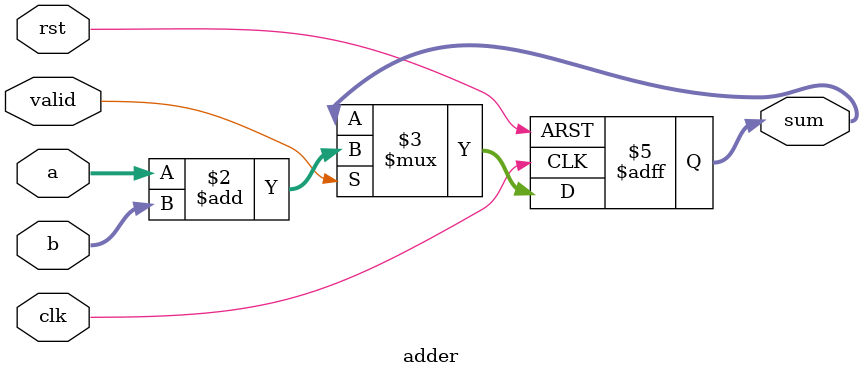
<source format=sv>
module adder(
    input logic clk,
    input logic rst,
    input logic valid,
    input logic [3:0] a,
    input logic [3:0] b,
    output logic [4:0] sum);

    always_ff @(posedge clk or posedge rst) begin
        if (rst)
            sum <= 7'd0; 
        else if (valid)
            sum <= a + b; 
    end

endmodule

</source>
